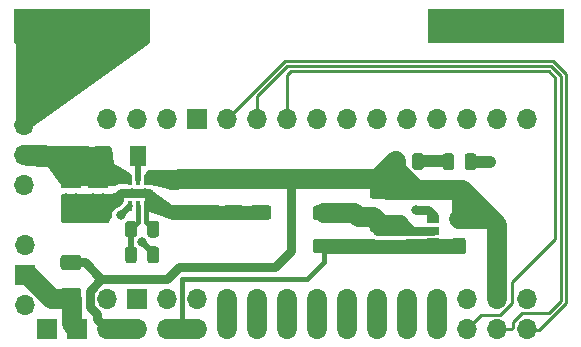
<source format=gbr>
G04 #@! TF.GenerationSoftware,KiCad,Pcbnew,5.1.5+dfsg1-2build2*
G04 #@! TF.CreationDate,2021-06-15T05:03:55+02:00*
G04 #@! TF.ProjectId,circuit9,63697263-7569-4743-992e-6b696361645f,rev?*
G04 #@! TF.SameCoordinates,Original*
G04 #@! TF.FileFunction,Copper,L1,Top*
G04 #@! TF.FilePolarity,Positive*
%FSLAX46Y46*%
G04 Gerber Fmt 4.6, Leading zero omitted, Abs format (unit mm)*
G04 Created by KiCad (PCBNEW 5.1.5+dfsg1-2build2) date 2021-06-15 05:03:55*
%MOMM*%
%LPD*%
G04 APERTURE LIST*
%ADD10O,1.700000X1.700000*%
%ADD11R,1.700000X1.700000*%
%ADD12C,0.100000*%
%ADD13R,6.000000X3.000000*%
%ADD14R,0.400000X0.900000*%
%ADD15R,1.060000X0.650000*%
%ADD16C,0.800000*%
%ADD17C,0.400000*%
%ADD18C,1.000000*%
%ADD19C,0.800000*%
%ADD20C,1.700000*%
%ADD21C,1.500000*%
%ADD22C,0.500000*%
%ADD23C,0.250000*%
%ADD24C,0.254000*%
G04 APERTURE END LIST*
D10*
X67056000Y-50457100D03*
X64516000Y-50457100D03*
X61976000Y-50457100D03*
X59436000Y-50457100D03*
X56896000Y-50457100D03*
X54356000Y-50457100D03*
X51816000Y-50457100D03*
X49276000Y-50457100D03*
X46736000Y-50457100D03*
X44196000Y-50457100D03*
X41656000Y-50457100D03*
X39116000Y-50457100D03*
X36576000Y-50457100D03*
D11*
X34036000Y-50457100D03*
D10*
X31496000Y-50457100D03*
X67056000Y-35217100D03*
X64516000Y-35217100D03*
X61976000Y-35217100D03*
X59436000Y-35217100D03*
X56896000Y-35217100D03*
X54356000Y-35217100D03*
X51816000Y-35217100D03*
X49276000Y-35217100D03*
X46736000Y-35217100D03*
X44196000Y-35217100D03*
X41656000Y-35217100D03*
D11*
X39116000Y-35217100D03*
D10*
X36576000Y-35217100D03*
X34036000Y-35217100D03*
X31496000Y-35217100D03*
G04 #@! TA.AperFunction,SMDPad,CuDef*
D12*
G36*
X60683842Y-38137774D02*
G01*
X60707503Y-38141284D01*
X60730707Y-38147096D01*
X60753229Y-38155154D01*
X60774853Y-38165382D01*
X60795370Y-38177679D01*
X60814583Y-38191929D01*
X60832307Y-38207993D01*
X60848371Y-38225717D01*
X60862621Y-38244930D01*
X60874918Y-38265447D01*
X60885146Y-38287071D01*
X60893204Y-38309593D01*
X60899016Y-38332797D01*
X60902526Y-38356458D01*
X60903700Y-38380350D01*
X60903700Y-39292850D01*
X60902526Y-39316742D01*
X60899016Y-39340403D01*
X60893204Y-39363607D01*
X60885146Y-39386129D01*
X60874918Y-39407753D01*
X60862621Y-39428270D01*
X60848371Y-39447483D01*
X60832307Y-39465207D01*
X60814583Y-39481271D01*
X60795370Y-39495521D01*
X60774853Y-39507818D01*
X60753229Y-39518046D01*
X60730707Y-39526104D01*
X60707503Y-39531916D01*
X60683842Y-39535426D01*
X60659950Y-39536600D01*
X60172450Y-39536600D01*
X60148558Y-39535426D01*
X60124897Y-39531916D01*
X60101693Y-39526104D01*
X60079171Y-39518046D01*
X60057547Y-39507818D01*
X60037030Y-39495521D01*
X60017817Y-39481271D01*
X60000093Y-39465207D01*
X59984029Y-39447483D01*
X59969779Y-39428270D01*
X59957482Y-39407753D01*
X59947254Y-39386129D01*
X59939196Y-39363607D01*
X59933384Y-39340403D01*
X59929874Y-39316742D01*
X59928700Y-39292850D01*
X59928700Y-38380350D01*
X59929874Y-38356458D01*
X59933384Y-38332797D01*
X59939196Y-38309593D01*
X59947254Y-38287071D01*
X59957482Y-38265447D01*
X59969779Y-38244930D01*
X59984029Y-38225717D01*
X60000093Y-38207993D01*
X60017817Y-38191929D01*
X60037030Y-38177679D01*
X60057547Y-38165382D01*
X60079171Y-38155154D01*
X60101693Y-38147096D01*
X60124897Y-38141284D01*
X60148558Y-38137774D01*
X60172450Y-38136600D01*
X60659950Y-38136600D01*
X60683842Y-38137774D01*
G37*
G04 #@! TD.AperFunction*
G04 #@! TA.AperFunction,SMDPad,CuDef*
G36*
X62558842Y-38137774D02*
G01*
X62582503Y-38141284D01*
X62605707Y-38147096D01*
X62628229Y-38155154D01*
X62649853Y-38165382D01*
X62670370Y-38177679D01*
X62689583Y-38191929D01*
X62707307Y-38207993D01*
X62723371Y-38225717D01*
X62737621Y-38244930D01*
X62749918Y-38265447D01*
X62760146Y-38287071D01*
X62768204Y-38309593D01*
X62774016Y-38332797D01*
X62777526Y-38356458D01*
X62778700Y-38380350D01*
X62778700Y-39292850D01*
X62777526Y-39316742D01*
X62774016Y-39340403D01*
X62768204Y-39363607D01*
X62760146Y-39386129D01*
X62749918Y-39407753D01*
X62737621Y-39428270D01*
X62723371Y-39447483D01*
X62707307Y-39465207D01*
X62689583Y-39481271D01*
X62670370Y-39495521D01*
X62649853Y-39507818D01*
X62628229Y-39518046D01*
X62605707Y-39526104D01*
X62582503Y-39531916D01*
X62558842Y-39535426D01*
X62534950Y-39536600D01*
X62047450Y-39536600D01*
X62023558Y-39535426D01*
X61999897Y-39531916D01*
X61976693Y-39526104D01*
X61954171Y-39518046D01*
X61932547Y-39507818D01*
X61912030Y-39495521D01*
X61892817Y-39481271D01*
X61875093Y-39465207D01*
X61859029Y-39447483D01*
X61844779Y-39428270D01*
X61832482Y-39407753D01*
X61822254Y-39386129D01*
X61814196Y-39363607D01*
X61808384Y-39340403D01*
X61804874Y-39316742D01*
X61803700Y-39292850D01*
X61803700Y-38380350D01*
X61804874Y-38356458D01*
X61808384Y-38332797D01*
X61814196Y-38309593D01*
X61822254Y-38287071D01*
X61832482Y-38265447D01*
X61844779Y-38244930D01*
X61859029Y-38225717D01*
X61875093Y-38207993D01*
X61892817Y-38191929D01*
X61912030Y-38177679D01*
X61932547Y-38165382D01*
X61954171Y-38155154D01*
X61976693Y-38147096D01*
X61999897Y-38141284D01*
X62023558Y-38137774D01*
X62047450Y-38136600D01*
X62534950Y-38136600D01*
X62558842Y-38137774D01*
G37*
G04 #@! TD.AperFunction*
D13*
X61624400Y-27355800D03*
X32224400Y-27355800D03*
X67224400Y-27355800D03*
X26624400Y-27355800D03*
G04 #@! TA.AperFunction,SMDPad,CuDef*
D12*
G36*
X33810642Y-46024474D02*
G01*
X33834303Y-46027984D01*
X33857507Y-46033796D01*
X33880029Y-46041854D01*
X33901653Y-46052082D01*
X33922170Y-46064379D01*
X33941383Y-46078629D01*
X33959107Y-46094693D01*
X33975171Y-46112417D01*
X33989421Y-46131630D01*
X34001718Y-46152147D01*
X34011946Y-46173771D01*
X34020004Y-46196293D01*
X34025816Y-46219497D01*
X34029326Y-46243158D01*
X34030500Y-46267050D01*
X34030500Y-47179550D01*
X34029326Y-47203442D01*
X34025816Y-47227103D01*
X34020004Y-47250307D01*
X34011946Y-47272829D01*
X34001718Y-47294453D01*
X33989421Y-47314970D01*
X33975171Y-47334183D01*
X33959107Y-47351907D01*
X33941383Y-47367971D01*
X33922170Y-47382221D01*
X33901653Y-47394518D01*
X33880029Y-47404746D01*
X33857507Y-47412804D01*
X33834303Y-47418616D01*
X33810642Y-47422126D01*
X33786750Y-47423300D01*
X33299250Y-47423300D01*
X33275358Y-47422126D01*
X33251697Y-47418616D01*
X33228493Y-47412804D01*
X33205971Y-47404746D01*
X33184347Y-47394518D01*
X33163830Y-47382221D01*
X33144617Y-47367971D01*
X33126893Y-47351907D01*
X33110829Y-47334183D01*
X33096579Y-47314970D01*
X33084282Y-47294453D01*
X33074054Y-47272829D01*
X33065996Y-47250307D01*
X33060184Y-47227103D01*
X33056674Y-47203442D01*
X33055500Y-47179550D01*
X33055500Y-46267050D01*
X33056674Y-46243158D01*
X33060184Y-46219497D01*
X33065996Y-46196293D01*
X33074054Y-46173771D01*
X33084282Y-46152147D01*
X33096579Y-46131630D01*
X33110829Y-46112417D01*
X33126893Y-46094693D01*
X33144617Y-46078629D01*
X33163830Y-46064379D01*
X33184347Y-46052082D01*
X33205971Y-46041854D01*
X33228493Y-46033796D01*
X33251697Y-46027984D01*
X33275358Y-46024474D01*
X33299250Y-46023300D01*
X33786750Y-46023300D01*
X33810642Y-46024474D01*
G37*
G04 #@! TD.AperFunction*
G04 #@! TA.AperFunction,SMDPad,CuDef*
G36*
X35685642Y-46024474D02*
G01*
X35709303Y-46027984D01*
X35732507Y-46033796D01*
X35755029Y-46041854D01*
X35776653Y-46052082D01*
X35797170Y-46064379D01*
X35816383Y-46078629D01*
X35834107Y-46094693D01*
X35850171Y-46112417D01*
X35864421Y-46131630D01*
X35876718Y-46152147D01*
X35886946Y-46173771D01*
X35895004Y-46196293D01*
X35900816Y-46219497D01*
X35904326Y-46243158D01*
X35905500Y-46267050D01*
X35905500Y-47179550D01*
X35904326Y-47203442D01*
X35900816Y-47227103D01*
X35895004Y-47250307D01*
X35886946Y-47272829D01*
X35876718Y-47294453D01*
X35864421Y-47314970D01*
X35850171Y-47334183D01*
X35834107Y-47351907D01*
X35816383Y-47367971D01*
X35797170Y-47382221D01*
X35776653Y-47394518D01*
X35755029Y-47404746D01*
X35732507Y-47412804D01*
X35709303Y-47418616D01*
X35685642Y-47422126D01*
X35661750Y-47423300D01*
X35174250Y-47423300D01*
X35150358Y-47422126D01*
X35126697Y-47418616D01*
X35103493Y-47412804D01*
X35080971Y-47404746D01*
X35059347Y-47394518D01*
X35038830Y-47382221D01*
X35019617Y-47367971D01*
X35001893Y-47351907D01*
X34985829Y-47334183D01*
X34971579Y-47314970D01*
X34959282Y-47294453D01*
X34949054Y-47272829D01*
X34940996Y-47250307D01*
X34935184Y-47227103D01*
X34931674Y-47203442D01*
X34930500Y-47179550D01*
X34930500Y-46267050D01*
X34931674Y-46243158D01*
X34935184Y-46219497D01*
X34940996Y-46196293D01*
X34949054Y-46173771D01*
X34959282Y-46152147D01*
X34971579Y-46131630D01*
X34985829Y-46112417D01*
X35001893Y-46094693D01*
X35019617Y-46078629D01*
X35038830Y-46064379D01*
X35059347Y-46052082D01*
X35080971Y-46041854D01*
X35103493Y-46033796D01*
X35126697Y-46027984D01*
X35150358Y-46024474D01*
X35174250Y-46023300D01*
X35661750Y-46023300D01*
X35685642Y-46024474D01*
G37*
G04 #@! TD.AperFunction*
G04 #@! TA.AperFunction,SMDPad,CuDef*
G36*
X33810642Y-43865474D02*
G01*
X33834303Y-43868984D01*
X33857507Y-43874796D01*
X33880029Y-43882854D01*
X33901653Y-43893082D01*
X33922170Y-43905379D01*
X33941383Y-43919629D01*
X33959107Y-43935693D01*
X33975171Y-43953417D01*
X33989421Y-43972630D01*
X34001718Y-43993147D01*
X34011946Y-44014771D01*
X34020004Y-44037293D01*
X34025816Y-44060497D01*
X34029326Y-44084158D01*
X34030500Y-44108050D01*
X34030500Y-45020550D01*
X34029326Y-45044442D01*
X34025816Y-45068103D01*
X34020004Y-45091307D01*
X34011946Y-45113829D01*
X34001718Y-45135453D01*
X33989421Y-45155970D01*
X33975171Y-45175183D01*
X33959107Y-45192907D01*
X33941383Y-45208971D01*
X33922170Y-45223221D01*
X33901653Y-45235518D01*
X33880029Y-45245746D01*
X33857507Y-45253804D01*
X33834303Y-45259616D01*
X33810642Y-45263126D01*
X33786750Y-45264300D01*
X33299250Y-45264300D01*
X33275358Y-45263126D01*
X33251697Y-45259616D01*
X33228493Y-45253804D01*
X33205971Y-45245746D01*
X33184347Y-45235518D01*
X33163830Y-45223221D01*
X33144617Y-45208971D01*
X33126893Y-45192907D01*
X33110829Y-45175183D01*
X33096579Y-45155970D01*
X33084282Y-45135453D01*
X33074054Y-45113829D01*
X33065996Y-45091307D01*
X33060184Y-45068103D01*
X33056674Y-45044442D01*
X33055500Y-45020550D01*
X33055500Y-44108050D01*
X33056674Y-44084158D01*
X33060184Y-44060497D01*
X33065996Y-44037293D01*
X33074054Y-44014771D01*
X33084282Y-43993147D01*
X33096579Y-43972630D01*
X33110829Y-43953417D01*
X33126893Y-43935693D01*
X33144617Y-43919629D01*
X33163830Y-43905379D01*
X33184347Y-43893082D01*
X33205971Y-43882854D01*
X33228493Y-43874796D01*
X33251697Y-43868984D01*
X33275358Y-43865474D01*
X33299250Y-43864300D01*
X33786750Y-43864300D01*
X33810642Y-43865474D01*
G37*
G04 #@! TD.AperFunction*
G04 #@! TA.AperFunction,SMDPad,CuDef*
G36*
X35685642Y-43865474D02*
G01*
X35709303Y-43868984D01*
X35732507Y-43874796D01*
X35755029Y-43882854D01*
X35776653Y-43893082D01*
X35797170Y-43905379D01*
X35816383Y-43919629D01*
X35834107Y-43935693D01*
X35850171Y-43953417D01*
X35864421Y-43972630D01*
X35876718Y-43993147D01*
X35886946Y-44014771D01*
X35895004Y-44037293D01*
X35900816Y-44060497D01*
X35904326Y-44084158D01*
X35905500Y-44108050D01*
X35905500Y-45020550D01*
X35904326Y-45044442D01*
X35900816Y-45068103D01*
X35895004Y-45091307D01*
X35886946Y-45113829D01*
X35876718Y-45135453D01*
X35864421Y-45155970D01*
X35850171Y-45175183D01*
X35834107Y-45192907D01*
X35816383Y-45208971D01*
X35797170Y-45223221D01*
X35776653Y-45235518D01*
X35755029Y-45245746D01*
X35732507Y-45253804D01*
X35709303Y-45259616D01*
X35685642Y-45263126D01*
X35661750Y-45264300D01*
X35174250Y-45264300D01*
X35150358Y-45263126D01*
X35126697Y-45259616D01*
X35103493Y-45253804D01*
X35080971Y-45245746D01*
X35059347Y-45235518D01*
X35038830Y-45223221D01*
X35019617Y-45208971D01*
X35001893Y-45192907D01*
X34985829Y-45175183D01*
X34971579Y-45155970D01*
X34959282Y-45135453D01*
X34949054Y-45113829D01*
X34940996Y-45091307D01*
X34935184Y-45068103D01*
X34931674Y-45044442D01*
X34930500Y-45020550D01*
X34930500Y-44108050D01*
X34931674Y-44084158D01*
X34935184Y-44060497D01*
X34940996Y-44037293D01*
X34949054Y-44014771D01*
X34959282Y-43993147D01*
X34971579Y-43972630D01*
X34985829Y-43953417D01*
X35001893Y-43935693D01*
X35019617Y-43919629D01*
X35038830Y-43905379D01*
X35059347Y-43893082D01*
X35080971Y-43882854D01*
X35103493Y-43874796D01*
X35126697Y-43868984D01*
X35150358Y-43865474D01*
X35174250Y-43864300D01*
X35661750Y-43864300D01*
X35685642Y-43865474D01*
G37*
G04 #@! TD.AperFunction*
G04 #@! TA.AperFunction,SMDPad,CuDef*
G36*
X58101142Y-38125074D02*
G01*
X58124803Y-38128584D01*
X58148007Y-38134396D01*
X58170529Y-38142454D01*
X58192153Y-38152682D01*
X58212670Y-38164979D01*
X58231883Y-38179229D01*
X58249607Y-38195293D01*
X58265671Y-38213017D01*
X58279921Y-38232230D01*
X58292218Y-38252747D01*
X58302446Y-38274371D01*
X58310504Y-38296893D01*
X58316316Y-38320097D01*
X58319826Y-38343758D01*
X58321000Y-38367650D01*
X58321000Y-39280150D01*
X58319826Y-39304042D01*
X58316316Y-39327703D01*
X58310504Y-39350907D01*
X58302446Y-39373429D01*
X58292218Y-39395053D01*
X58279921Y-39415570D01*
X58265671Y-39434783D01*
X58249607Y-39452507D01*
X58231883Y-39468571D01*
X58212670Y-39482821D01*
X58192153Y-39495118D01*
X58170529Y-39505346D01*
X58148007Y-39513404D01*
X58124803Y-39519216D01*
X58101142Y-39522726D01*
X58077250Y-39523900D01*
X57589750Y-39523900D01*
X57565858Y-39522726D01*
X57542197Y-39519216D01*
X57518993Y-39513404D01*
X57496471Y-39505346D01*
X57474847Y-39495118D01*
X57454330Y-39482821D01*
X57435117Y-39468571D01*
X57417393Y-39452507D01*
X57401329Y-39434783D01*
X57387079Y-39415570D01*
X57374782Y-39395053D01*
X57364554Y-39373429D01*
X57356496Y-39350907D01*
X57350684Y-39327703D01*
X57347174Y-39304042D01*
X57346000Y-39280150D01*
X57346000Y-38367650D01*
X57347174Y-38343758D01*
X57350684Y-38320097D01*
X57356496Y-38296893D01*
X57364554Y-38274371D01*
X57374782Y-38252747D01*
X57387079Y-38232230D01*
X57401329Y-38213017D01*
X57417393Y-38195293D01*
X57435117Y-38179229D01*
X57454330Y-38164979D01*
X57474847Y-38152682D01*
X57496471Y-38142454D01*
X57518993Y-38134396D01*
X57542197Y-38128584D01*
X57565858Y-38125074D01*
X57589750Y-38123900D01*
X58077250Y-38123900D01*
X58101142Y-38125074D01*
G37*
G04 #@! TD.AperFunction*
G04 #@! TA.AperFunction,SMDPad,CuDef*
G36*
X56226142Y-38125074D02*
G01*
X56249803Y-38128584D01*
X56273007Y-38134396D01*
X56295529Y-38142454D01*
X56317153Y-38152682D01*
X56337670Y-38164979D01*
X56356883Y-38179229D01*
X56374607Y-38195293D01*
X56390671Y-38213017D01*
X56404921Y-38232230D01*
X56417218Y-38252747D01*
X56427446Y-38274371D01*
X56435504Y-38296893D01*
X56441316Y-38320097D01*
X56444826Y-38343758D01*
X56446000Y-38367650D01*
X56446000Y-39280150D01*
X56444826Y-39304042D01*
X56441316Y-39327703D01*
X56435504Y-39350907D01*
X56427446Y-39373429D01*
X56417218Y-39395053D01*
X56404921Y-39415570D01*
X56390671Y-39434783D01*
X56374607Y-39452507D01*
X56356883Y-39468571D01*
X56337670Y-39482821D01*
X56317153Y-39495118D01*
X56295529Y-39505346D01*
X56273007Y-39513404D01*
X56249803Y-39519216D01*
X56226142Y-39522726D01*
X56202250Y-39523900D01*
X55714750Y-39523900D01*
X55690858Y-39522726D01*
X55667197Y-39519216D01*
X55643993Y-39513404D01*
X55621471Y-39505346D01*
X55599847Y-39495118D01*
X55579330Y-39482821D01*
X55560117Y-39468571D01*
X55542393Y-39452507D01*
X55526329Y-39434783D01*
X55512079Y-39415570D01*
X55499782Y-39395053D01*
X55489554Y-39373429D01*
X55481496Y-39350907D01*
X55475684Y-39327703D01*
X55472174Y-39304042D01*
X55471000Y-39280150D01*
X55471000Y-38367650D01*
X55472174Y-38343758D01*
X55475684Y-38320097D01*
X55481496Y-38296893D01*
X55489554Y-38274371D01*
X55499782Y-38252747D01*
X55512079Y-38232230D01*
X55526329Y-38213017D01*
X55542393Y-38195293D01*
X55560117Y-38179229D01*
X55579330Y-38164979D01*
X55599847Y-38152682D01*
X55621471Y-38142454D01*
X55643993Y-38134396D01*
X55667197Y-38128584D01*
X55690858Y-38125074D01*
X55714750Y-38123900D01*
X56202250Y-38123900D01*
X56226142Y-38125074D01*
G37*
G04 #@! TD.AperFunction*
D10*
X24521160Y-40815260D03*
X24521160Y-38275260D03*
X24521160Y-35735260D03*
D14*
X33474900Y-42603600D03*
X34774900Y-42603600D03*
X34124900Y-40403600D03*
X34124900Y-42603600D03*
X34774900Y-40403600D03*
X33474900Y-40403600D03*
D15*
X59098000Y-43728600D03*
X59098000Y-44678600D03*
X59098000Y-45628600D03*
X61298000Y-45628600D03*
X61298000Y-43728600D03*
G04 #@! TA.AperFunction,SMDPad,CuDef*
D12*
G36*
X29122904Y-39860804D02*
G01*
X29147173Y-39864404D01*
X29170971Y-39870365D01*
X29194071Y-39878630D01*
X29216249Y-39889120D01*
X29237293Y-39901733D01*
X29256998Y-39916347D01*
X29275177Y-39932823D01*
X29291653Y-39951002D01*
X29306267Y-39970707D01*
X29318880Y-39991751D01*
X29329370Y-40013929D01*
X29337635Y-40037029D01*
X29343596Y-40060827D01*
X29347196Y-40085096D01*
X29348400Y-40109600D01*
X29348400Y-40859600D01*
X29347196Y-40884104D01*
X29343596Y-40908373D01*
X29337635Y-40932171D01*
X29329370Y-40955271D01*
X29318880Y-40977449D01*
X29306267Y-40998493D01*
X29291653Y-41018198D01*
X29275177Y-41036377D01*
X29256998Y-41052853D01*
X29237293Y-41067467D01*
X29216249Y-41080080D01*
X29194071Y-41090570D01*
X29170971Y-41098835D01*
X29147173Y-41104796D01*
X29122904Y-41108396D01*
X29098400Y-41109600D01*
X27848400Y-41109600D01*
X27823896Y-41108396D01*
X27799627Y-41104796D01*
X27775829Y-41098835D01*
X27752729Y-41090570D01*
X27730551Y-41080080D01*
X27709507Y-41067467D01*
X27689802Y-41052853D01*
X27671623Y-41036377D01*
X27655147Y-41018198D01*
X27640533Y-40998493D01*
X27627920Y-40977449D01*
X27617430Y-40955271D01*
X27609165Y-40932171D01*
X27603204Y-40908373D01*
X27599604Y-40884104D01*
X27598400Y-40859600D01*
X27598400Y-40109600D01*
X27599604Y-40085096D01*
X27603204Y-40060827D01*
X27609165Y-40037029D01*
X27617430Y-40013929D01*
X27627920Y-39991751D01*
X27640533Y-39970707D01*
X27655147Y-39951002D01*
X27671623Y-39932823D01*
X27689802Y-39916347D01*
X27709507Y-39901733D01*
X27730551Y-39889120D01*
X27752729Y-39878630D01*
X27775829Y-39870365D01*
X27799627Y-39864404D01*
X27823896Y-39860804D01*
X27848400Y-39859600D01*
X29098400Y-39859600D01*
X29122904Y-39860804D01*
G37*
G04 #@! TD.AperFunction*
G04 #@! TA.AperFunction,SMDPad,CuDef*
G36*
X29122904Y-42660804D02*
G01*
X29147173Y-42664404D01*
X29170971Y-42670365D01*
X29194071Y-42678630D01*
X29216249Y-42689120D01*
X29237293Y-42701733D01*
X29256998Y-42716347D01*
X29275177Y-42732823D01*
X29291653Y-42751002D01*
X29306267Y-42770707D01*
X29318880Y-42791751D01*
X29329370Y-42813929D01*
X29337635Y-42837029D01*
X29343596Y-42860827D01*
X29347196Y-42885096D01*
X29348400Y-42909600D01*
X29348400Y-43659600D01*
X29347196Y-43684104D01*
X29343596Y-43708373D01*
X29337635Y-43732171D01*
X29329370Y-43755271D01*
X29318880Y-43777449D01*
X29306267Y-43798493D01*
X29291653Y-43818198D01*
X29275177Y-43836377D01*
X29256998Y-43852853D01*
X29237293Y-43867467D01*
X29216249Y-43880080D01*
X29194071Y-43890570D01*
X29170971Y-43898835D01*
X29147173Y-43904796D01*
X29122904Y-43908396D01*
X29098400Y-43909600D01*
X27848400Y-43909600D01*
X27823896Y-43908396D01*
X27799627Y-43904796D01*
X27775829Y-43898835D01*
X27752729Y-43890570D01*
X27730551Y-43880080D01*
X27709507Y-43867467D01*
X27689802Y-43852853D01*
X27671623Y-43836377D01*
X27655147Y-43818198D01*
X27640533Y-43798493D01*
X27627920Y-43777449D01*
X27617430Y-43755271D01*
X27609165Y-43732171D01*
X27603204Y-43708373D01*
X27599604Y-43684104D01*
X27598400Y-43659600D01*
X27598400Y-42909600D01*
X27599604Y-42885096D01*
X27603204Y-42860827D01*
X27609165Y-42837029D01*
X27617430Y-42813929D01*
X27627920Y-42791751D01*
X27640533Y-42770707D01*
X27655147Y-42751002D01*
X27671623Y-42732823D01*
X27689802Y-42716347D01*
X27709507Y-42701733D01*
X27730551Y-42689120D01*
X27752729Y-42678630D01*
X27775829Y-42670365D01*
X27799627Y-42664404D01*
X27823896Y-42660804D01*
X27848400Y-42659600D01*
X29098400Y-42659600D01*
X29122904Y-42660804D01*
G37*
G04 #@! TD.AperFunction*
G04 #@! TA.AperFunction,SMDPad,CuDef*
G36*
X31408904Y-42660804D02*
G01*
X31433173Y-42664404D01*
X31456971Y-42670365D01*
X31480071Y-42678630D01*
X31502249Y-42689120D01*
X31523293Y-42701733D01*
X31542998Y-42716347D01*
X31561177Y-42732823D01*
X31577653Y-42751002D01*
X31592267Y-42770707D01*
X31604880Y-42791751D01*
X31615370Y-42813929D01*
X31623635Y-42837029D01*
X31629596Y-42860827D01*
X31633196Y-42885096D01*
X31634400Y-42909600D01*
X31634400Y-43659600D01*
X31633196Y-43684104D01*
X31629596Y-43708373D01*
X31623635Y-43732171D01*
X31615370Y-43755271D01*
X31604880Y-43777449D01*
X31592267Y-43798493D01*
X31577653Y-43818198D01*
X31561177Y-43836377D01*
X31542998Y-43852853D01*
X31523293Y-43867467D01*
X31502249Y-43880080D01*
X31480071Y-43890570D01*
X31456971Y-43898835D01*
X31433173Y-43904796D01*
X31408904Y-43908396D01*
X31384400Y-43909600D01*
X30134400Y-43909600D01*
X30109896Y-43908396D01*
X30085627Y-43904796D01*
X30061829Y-43898835D01*
X30038729Y-43890570D01*
X30016551Y-43880080D01*
X29995507Y-43867467D01*
X29975802Y-43852853D01*
X29957623Y-43836377D01*
X29941147Y-43818198D01*
X29926533Y-43798493D01*
X29913920Y-43777449D01*
X29903430Y-43755271D01*
X29895165Y-43732171D01*
X29889204Y-43708373D01*
X29885604Y-43684104D01*
X29884400Y-43659600D01*
X29884400Y-42909600D01*
X29885604Y-42885096D01*
X29889204Y-42860827D01*
X29895165Y-42837029D01*
X29903430Y-42813929D01*
X29913920Y-42791751D01*
X29926533Y-42770707D01*
X29941147Y-42751002D01*
X29957623Y-42732823D01*
X29975802Y-42716347D01*
X29995507Y-42701733D01*
X30016551Y-42689120D01*
X30038729Y-42678630D01*
X30061829Y-42670365D01*
X30085627Y-42664404D01*
X30109896Y-42660804D01*
X30134400Y-42659600D01*
X31384400Y-42659600D01*
X31408904Y-42660804D01*
G37*
G04 #@! TD.AperFunction*
G04 #@! TA.AperFunction,SMDPad,CuDef*
G36*
X31408904Y-39860804D02*
G01*
X31433173Y-39864404D01*
X31456971Y-39870365D01*
X31480071Y-39878630D01*
X31502249Y-39889120D01*
X31523293Y-39901733D01*
X31542998Y-39916347D01*
X31561177Y-39932823D01*
X31577653Y-39951002D01*
X31592267Y-39970707D01*
X31604880Y-39991751D01*
X31615370Y-40013929D01*
X31623635Y-40037029D01*
X31629596Y-40060827D01*
X31633196Y-40085096D01*
X31634400Y-40109600D01*
X31634400Y-40859600D01*
X31633196Y-40884104D01*
X31629596Y-40908373D01*
X31623635Y-40932171D01*
X31615370Y-40955271D01*
X31604880Y-40977449D01*
X31592267Y-40998493D01*
X31577653Y-41018198D01*
X31561177Y-41036377D01*
X31542998Y-41052853D01*
X31523293Y-41067467D01*
X31502249Y-41080080D01*
X31480071Y-41090570D01*
X31456971Y-41098835D01*
X31433173Y-41104796D01*
X31408904Y-41108396D01*
X31384400Y-41109600D01*
X30134400Y-41109600D01*
X30109896Y-41108396D01*
X30085627Y-41104796D01*
X30061829Y-41098835D01*
X30038729Y-41090570D01*
X30016551Y-41080080D01*
X29995507Y-41067467D01*
X29975802Y-41052853D01*
X29957623Y-41036377D01*
X29941147Y-41018198D01*
X29926533Y-40998493D01*
X29913920Y-40977449D01*
X29903430Y-40955271D01*
X29895165Y-40932171D01*
X29889204Y-40908373D01*
X29885604Y-40884104D01*
X29884400Y-40859600D01*
X29884400Y-40109600D01*
X29885604Y-40085096D01*
X29889204Y-40060827D01*
X29895165Y-40037029D01*
X29903430Y-40013929D01*
X29913920Y-39991751D01*
X29926533Y-39970707D01*
X29941147Y-39951002D01*
X29957623Y-39932823D01*
X29975802Y-39916347D01*
X29995507Y-39901733D01*
X30016551Y-39889120D01*
X30038729Y-39878630D01*
X30061829Y-39870365D01*
X30085627Y-39864404D01*
X30109896Y-39860804D01*
X30134400Y-39859600D01*
X31384400Y-39859600D01*
X31408904Y-39860804D01*
G37*
G04 #@! TD.AperFunction*
G04 #@! TA.AperFunction,SMDPad,CuDef*
G36*
X38330404Y-39708404D02*
G01*
X38354673Y-39712004D01*
X38378471Y-39717965D01*
X38401571Y-39726230D01*
X38423749Y-39736720D01*
X38444793Y-39749333D01*
X38464498Y-39763947D01*
X38482677Y-39780423D01*
X38499153Y-39798602D01*
X38513767Y-39818307D01*
X38526380Y-39839351D01*
X38536870Y-39861529D01*
X38545135Y-39884629D01*
X38551096Y-39908427D01*
X38554696Y-39932696D01*
X38555900Y-39957200D01*
X38555900Y-40707200D01*
X38554696Y-40731704D01*
X38551096Y-40755973D01*
X38545135Y-40779771D01*
X38536870Y-40802871D01*
X38526380Y-40825049D01*
X38513767Y-40846093D01*
X38499153Y-40865798D01*
X38482677Y-40883977D01*
X38464498Y-40900453D01*
X38444793Y-40915067D01*
X38423749Y-40927680D01*
X38401571Y-40938170D01*
X38378471Y-40946435D01*
X38354673Y-40952396D01*
X38330404Y-40955996D01*
X38305900Y-40957200D01*
X37055900Y-40957200D01*
X37031396Y-40955996D01*
X37007127Y-40952396D01*
X36983329Y-40946435D01*
X36960229Y-40938170D01*
X36938051Y-40927680D01*
X36917007Y-40915067D01*
X36897302Y-40900453D01*
X36879123Y-40883977D01*
X36862647Y-40865798D01*
X36848033Y-40846093D01*
X36835420Y-40825049D01*
X36824930Y-40802871D01*
X36816665Y-40779771D01*
X36810704Y-40755973D01*
X36807104Y-40731704D01*
X36805900Y-40707200D01*
X36805900Y-39957200D01*
X36807104Y-39932696D01*
X36810704Y-39908427D01*
X36816665Y-39884629D01*
X36824930Y-39861529D01*
X36835420Y-39839351D01*
X36848033Y-39818307D01*
X36862647Y-39798602D01*
X36879123Y-39780423D01*
X36897302Y-39763947D01*
X36917007Y-39749333D01*
X36938051Y-39736720D01*
X36960229Y-39726230D01*
X36983329Y-39717965D01*
X37007127Y-39712004D01*
X37031396Y-39708404D01*
X37055900Y-39707200D01*
X38305900Y-39707200D01*
X38330404Y-39708404D01*
G37*
G04 #@! TD.AperFunction*
G04 #@! TA.AperFunction,SMDPad,CuDef*
G36*
X38330404Y-42508404D02*
G01*
X38354673Y-42512004D01*
X38378471Y-42517965D01*
X38401571Y-42526230D01*
X38423749Y-42536720D01*
X38444793Y-42549333D01*
X38464498Y-42563947D01*
X38482677Y-42580423D01*
X38499153Y-42598602D01*
X38513767Y-42618307D01*
X38526380Y-42639351D01*
X38536870Y-42661529D01*
X38545135Y-42684629D01*
X38551096Y-42708427D01*
X38554696Y-42732696D01*
X38555900Y-42757200D01*
X38555900Y-43507200D01*
X38554696Y-43531704D01*
X38551096Y-43555973D01*
X38545135Y-43579771D01*
X38536870Y-43602871D01*
X38526380Y-43625049D01*
X38513767Y-43646093D01*
X38499153Y-43665798D01*
X38482677Y-43683977D01*
X38464498Y-43700453D01*
X38444793Y-43715067D01*
X38423749Y-43727680D01*
X38401571Y-43738170D01*
X38378471Y-43746435D01*
X38354673Y-43752396D01*
X38330404Y-43755996D01*
X38305900Y-43757200D01*
X37055900Y-43757200D01*
X37031396Y-43755996D01*
X37007127Y-43752396D01*
X36983329Y-43746435D01*
X36960229Y-43738170D01*
X36938051Y-43727680D01*
X36917007Y-43715067D01*
X36897302Y-43700453D01*
X36879123Y-43683977D01*
X36862647Y-43665798D01*
X36848033Y-43646093D01*
X36835420Y-43625049D01*
X36824930Y-43602871D01*
X36816665Y-43579771D01*
X36810704Y-43555973D01*
X36807104Y-43531704D01*
X36805900Y-43507200D01*
X36805900Y-42757200D01*
X36807104Y-42732696D01*
X36810704Y-42708427D01*
X36816665Y-42684629D01*
X36824930Y-42661529D01*
X36835420Y-42639351D01*
X36848033Y-42618307D01*
X36862647Y-42598602D01*
X36879123Y-42580423D01*
X36897302Y-42563947D01*
X36917007Y-42549333D01*
X36938051Y-42536720D01*
X36960229Y-42526230D01*
X36983329Y-42517965D01*
X37007127Y-42512004D01*
X37031396Y-42508404D01*
X37055900Y-42507200D01*
X38305900Y-42507200D01*
X38330404Y-42508404D01*
G37*
G04 #@! TD.AperFunction*
G04 #@! TA.AperFunction,SMDPad,CuDef*
G36*
X40616404Y-42508404D02*
G01*
X40640673Y-42512004D01*
X40664471Y-42517965D01*
X40687571Y-42526230D01*
X40709749Y-42536720D01*
X40730793Y-42549333D01*
X40750498Y-42563947D01*
X40768677Y-42580423D01*
X40785153Y-42598602D01*
X40799767Y-42618307D01*
X40812380Y-42639351D01*
X40822870Y-42661529D01*
X40831135Y-42684629D01*
X40837096Y-42708427D01*
X40840696Y-42732696D01*
X40841900Y-42757200D01*
X40841900Y-43507200D01*
X40840696Y-43531704D01*
X40837096Y-43555973D01*
X40831135Y-43579771D01*
X40822870Y-43602871D01*
X40812380Y-43625049D01*
X40799767Y-43646093D01*
X40785153Y-43665798D01*
X40768677Y-43683977D01*
X40750498Y-43700453D01*
X40730793Y-43715067D01*
X40709749Y-43727680D01*
X40687571Y-43738170D01*
X40664471Y-43746435D01*
X40640673Y-43752396D01*
X40616404Y-43755996D01*
X40591900Y-43757200D01*
X39341900Y-43757200D01*
X39317396Y-43755996D01*
X39293127Y-43752396D01*
X39269329Y-43746435D01*
X39246229Y-43738170D01*
X39224051Y-43727680D01*
X39203007Y-43715067D01*
X39183302Y-43700453D01*
X39165123Y-43683977D01*
X39148647Y-43665798D01*
X39134033Y-43646093D01*
X39121420Y-43625049D01*
X39110930Y-43602871D01*
X39102665Y-43579771D01*
X39096704Y-43555973D01*
X39093104Y-43531704D01*
X39091900Y-43507200D01*
X39091900Y-42757200D01*
X39093104Y-42732696D01*
X39096704Y-42708427D01*
X39102665Y-42684629D01*
X39110930Y-42661529D01*
X39121420Y-42639351D01*
X39134033Y-42618307D01*
X39148647Y-42598602D01*
X39165123Y-42580423D01*
X39183302Y-42563947D01*
X39203007Y-42549333D01*
X39224051Y-42536720D01*
X39246229Y-42526230D01*
X39269329Y-42517965D01*
X39293127Y-42512004D01*
X39317396Y-42508404D01*
X39341900Y-42507200D01*
X40591900Y-42507200D01*
X40616404Y-42508404D01*
G37*
G04 #@! TD.AperFunction*
G04 #@! TA.AperFunction,SMDPad,CuDef*
G36*
X40616404Y-39708404D02*
G01*
X40640673Y-39712004D01*
X40664471Y-39717965D01*
X40687571Y-39726230D01*
X40709749Y-39736720D01*
X40730793Y-39749333D01*
X40750498Y-39763947D01*
X40768677Y-39780423D01*
X40785153Y-39798602D01*
X40799767Y-39818307D01*
X40812380Y-39839351D01*
X40822870Y-39861529D01*
X40831135Y-39884629D01*
X40837096Y-39908427D01*
X40840696Y-39932696D01*
X40841900Y-39957200D01*
X40841900Y-40707200D01*
X40840696Y-40731704D01*
X40837096Y-40755973D01*
X40831135Y-40779771D01*
X40822870Y-40802871D01*
X40812380Y-40825049D01*
X40799767Y-40846093D01*
X40785153Y-40865798D01*
X40768677Y-40883977D01*
X40750498Y-40900453D01*
X40730793Y-40915067D01*
X40709749Y-40927680D01*
X40687571Y-40938170D01*
X40664471Y-40946435D01*
X40640673Y-40952396D01*
X40616404Y-40955996D01*
X40591900Y-40957200D01*
X39341900Y-40957200D01*
X39317396Y-40955996D01*
X39293127Y-40952396D01*
X39269329Y-40946435D01*
X39246229Y-40938170D01*
X39224051Y-40927680D01*
X39203007Y-40915067D01*
X39183302Y-40900453D01*
X39165123Y-40883977D01*
X39148647Y-40865798D01*
X39134033Y-40846093D01*
X39121420Y-40825049D01*
X39110930Y-40802871D01*
X39102665Y-40779771D01*
X39096704Y-40755973D01*
X39093104Y-40731704D01*
X39091900Y-40707200D01*
X39091900Y-39957200D01*
X39093104Y-39932696D01*
X39096704Y-39908427D01*
X39102665Y-39884629D01*
X39110930Y-39861529D01*
X39121420Y-39839351D01*
X39134033Y-39818307D01*
X39148647Y-39798602D01*
X39165123Y-39780423D01*
X39183302Y-39763947D01*
X39203007Y-39749333D01*
X39224051Y-39736720D01*
X39246229Y-39726230D01*
X39269329Y-39717965D01*
X39293127Y-39712004D01*
X39317396Y-39708404D01*
X39341900Y-39707200D01*
X40591900Y-39707200D01*
X40616404Y-39708404D01*
G37*
G04 #@! TD.AperFunction*
G04 #@! TA.AperFunction,SMDPad,CuDef*
G36*
X29097504Y-49544204D02*
G01*
X29121773Y-49547804D01*
X29145571Y-49553765D01*
X29168671Y-49562030D01*
X29190849Y-49572520D01*
X29211893Y-49585133D01*
X29231598Y-49599747D01*
X29249777Y-49616223D01*
X29266253Y-49634402D01*
X29280867Y-49654107D01*
X29293480Y-49675151D01*
X29303970Y-49697329D01*
X29312235Y-49720429D01*
X29318196Y-49744227D01*
X29321796Y-49768496D01*
X29323000Y-49793000D01*
X29323000Y-50543000D01*
X29321796Y-50567504D01*
X29318196Y-50591773D01*
X29312235Y-50615571D01*
X29303970Y-50638671D01*
X29293480Y-50660849D01*
X29280867Y-50681893D01*
X29266253Y-50701598D01*
X29249777Y-50719777D01*
X29231598Y-50736253D01*
X29211893Y-50750867D01*
X29190849Y-50763480D01*
X29168671Y-50773970D01*
X29145571Y-50782235D01*
X29121773Y-50788196D01*
X29097504Y-50791796D01*
X29073000Y-50793000D01*
X27823000Y-50793000D01*
X27798496Y-50791796D01*
X27774227Y-50788196D01*
X27750429Y-50782235D01*
X27727329Y-50773970D01*
X27705151Y-50763480D01*
X27684107Y-50750867D01*
X27664402Y-50736253D01*
X27646223Y-50719777D01*
X27629747Y-50701598D01*
X27615133Y-50681893D01*
X27602520Y-50660849D01*
X27592030Y-50638671D01*
X27583765Y-50615571D01*
X27577804Y-50591773D01*
X27574204Y-50567504D01*
X27573000Y-50543000D01*
X27573000Y-49793000D01*
X27574204Y-49768496D01*
X27577804Y-49744227D01*
X27583765Y-49720429D01*
X27592030Y-49697329D01*
X27602520Y-49675151D01*
X27615133Y-49654107D01*
X27629747Y-49634402D01*
X27646223Y-49616223D01*
X27664402Y-49599747D01*
X27684107Y-49585133D01*
X27705151Y-49572520D01*
X27727329Y-49562030D01*
X27750429Y-49553765D01*
X27774227Y-49547804D01*
X27798496Y-49544204D01*
X27823000Y-49543000D01*
X29073000Y-49543000D01*
X29097504Y-49544204D01*
G37*
G04 #@! TD.AperFunction*
G04 #@! TA.AperFunction,SMDPad,CuDef*
G36*
X29097504Y-46744204D02*
G01*
X29121773Y-46747804D01*
X29145571Y-46753765D01*
X29168671Y-46762030D01*
X29190849Y-46772520D01*
X29211893Y-46785133D01*
X29231598Y-46799747D01*
X29249777Y-46816223D01*
X29266253Y-46834402D01*
X29280867Y-46854107D01*
X29293480Y-46875151D01*
X29303970Y-46897329D01*
X29312235Y-46920429D01*
X29318196Y-46944227D01*
X29321796Y-46968496D01*
X29323000Y-46993000D01*
X29323000Y-47743000D01*
X29321796Y-47767504D01*
X29318196Y-47791773D01*
X29312235Y-47815571D01*
X29303970Y-47838671D01*
X29293480Y-47860849D01*
X29280867Y-47881893D01*
X29266253Y-47901598D01*
X29249777Y-47919777D01*
X29231598Y-47936253D01*
X29211893Y-47950867D01*
X29190849Y-47963480D01*
X29168671Y-47973970D01*
X29145571Y-47982235D01*
X29121773Y-47988196D01*
X29097504Y-47991796D01*
X29073000Y-47993000D01*
X27823000Y-47993000D01*
X27798496Y-47991796D01*
X27774227Y-47988196D01*
X27750429Y-47982235D01*
X27727329Y-47973970D01*
X27705151Y-47963480D01*
X27684107Y-47950867D01*
X27664402Y-47936253D01*
X27646223Y-47919777D01*
X27629747Y-47901598D01*
X27615133Y-47881893D01*
X27602520Y-47860849D01*
X27592030Y-47838671D01*
X27583765Y-47815571D01*
X27577804Y-47791773D01*
X27574204Y-47767504D01*
X27573000Y-47743000D01*
X27573000Y-46993000D01*
X27574204Y-46968496D01*
X27577804Y-46944227D01*
X27583765Y-46920429D01*
X27592030Y-46897329D01*
X27602520Y-46875151D01*
X27615133Y-46854107D01*
X27629747Y-46834402D01*
X27646223Y-46816223D01*
X27664402Y-46799747D01*
X27684107Y-46785133D01*
X27705151Y-46772520D01*
X27727329Y-46762030D01*
X27750429Y-46753765D01*
X27774227Y-46747804D01*
X27798496Y-46744204D01*
X27823000Y-46743000D01*
X29073000Y-46743000D01*
X29097504Y-46744204D01*
G37*
G04 #@! TD.AperFunction*
G04 #@! TA.AperFunction,SMDPad,CuDef*
G36*
X55297604Y-43527404D02*
G01*
X55321873Y-43531004D01*
X55345671Y-43536965D01*
X55368771Y-43545230D01*
X55390949Y-43555720D01*
X55411993Y-43568333D01*
X55431698Y-43582947D01*
X55449877Y-43599423D01*
X55466353Y-43617602D01*
X55480967Y-43637307D01*
X55493580Y-43658351D01*
X55504070Y-43680529D01*
X55512335Y-43703629D01*
X55518296Y-43727427D01*
X55521896Y-43751696D01*
X55523100Y-43776200D01*
X55523100Y-44526200D01*
X55521896Y-44550704D01*
X55518296Y-44574973D01*
X55512335Y-44598771D01*
X55504070Y-44621871D01*
X55493580Y-44644049D01*
X55480967Y-44665093D01*
X55466353Y-44684798D01*
X55449877Y-44702977D01*
X55431698Y-44719453D01*
X55411993Y-44734067D01*
X55390949Y-44746680D01*
X55368771Y-44757170D01*
X55345671Y-44765435D01*
X55321873Y-44771396D01*
X55297604Y-44774996D01*
X55273100Y-44776200D01*
X54023100Y-44776200D01*
X53998596Y-44774996D01*
X53974327Y-44771396D01*
X53950529Y-44765435D01*
X53927429Y-44757170D01*
X53905251Y-44746680D01*
X53884207Y-44734067D01*
X53864502Y-44719453D01*
X53846323Y-44702977D01*
X53829847Y-44684798D01*
X53815233Y-44665093D01*
X53802620Y-44644049D01*
X53792130Y-44621871D01*
X53783865Y-44598771D01*
X53777904Y-44574973D01*
X53774304Y-44550704D01*
X53773100Y-44526200D01*
X53773100Y-43776200D01*
X53774304Y-43751696D01*
X53777904Y-43727427D01*
X53783865Y-43703629D01*
X53792130Y-43680529D01*
X53802620Y-43658351D01*
X53815233Y-43637307D01*
X53829847Y-43617602D01*
X53846323Y-43599423D01*
X53864502Y-43582947D01*
X53884207Y-43568333D01*
X53905251Y-43555720D01*
X53927429Y-43545230D01*
X53950529Y-43536965D01*
X53974327Y-43531004D01*
X53998596Y-43527404D01*
X54023100Y-43526200D01*
X55273100Y-43526200D01*
X55297604Y-43527404D01*
G37*
G04 #@! TD.AperFunction*
G04 #@! TA.AperFunction,SMDPad,CuDef*
G36*
X55297604Y-40727404D02*
G01*
X55321873Y-40731004D01*
X55345671Y-40736965D01*
X55368771Y-40745230D01*
X55390949Y-40755720D01*
X55411993Y-40768333D01*
X55431698Y-40782947D01*
X55449877Y-40799423D01*
X55466353Y-40817602D01*
X55480967Y-40837307D01*
X55493580Y-40858351D01*
X55504070Y-40880529D01*
X55512335Y-40903629D01*
X55518296Y-40927427D01*
X55521896Y-40951696D01*
X55523100Y-40976200D01*
X55523100Y-41726200D01*
X55521896Y-41750704D01*
X55518296Y-41774973D01*
X55512335Y-41798771D01*
X55504070Y-41821871D01*
X55493580Y-41844049D01*
X55480967Y-41865093D01*
X55466353Y-41884798D01*
X55449877Y-41902977D01*
X55431698Y-41919453D01*
X55411993Y-41934067D01*
X55390949Y-41946680D01*
X55368771Y-41957170D01*
X55345671Y-41965435D01*
X55321873Y-41971396D01*
X55297604Y-41974996D01*
X55273100Y-41976200D01*
X54023100Y-41976200D01*
X53998596Y-41974996D01*
X53974327Y-41971396D01*
X53950529Y-41965435D01*
X53927429Y-41957170D01*
X53905251Y-41946680D01*
X53884207Y-41934067D01*
X53864502Y-41919453D01*
X53846323Y-41902977D01*
X53829847Y-41884798D01*
X53815233Y-41865093D01*
X53802620Y-41844049D01*
X53792130Y-41821871D01*
X53783865Y-41798771D01*
X53777904Y-41774973D01*
X53774304Y-41750704D01*
X53773100Y-41726200D01*
X53773100Y-40976200D01*
X53774304Y-40951696D01*
X53777904Y-40927427D01*
X53783865Y-40903629D01*
X53792130Y-40880529D01*
X53802620Y-40858351D01*
X53815233Y-40837307D01*
X53829847Y-40817602D01*
X53846323Y-40799423D01*
X53864502Y-40782947D01*
X53884207Y-40768333D01*
X53905251Y-40755720D01*
X53927429Y-40745230D01*
X53950529Y-40736965D01*
X53974327Y-40731004D01*
X53998596Y-40727404D01*
X54023100Y-40726200D01*
X55273100Y-40726200D01*
X55297604Y-40727404D01*
G37*
G04 #@! TD.AperFunction*
G04 #@! TA.AperFunction,SMDPad,CuDef*
G36*
X50497004Y-42553204D02*
G01*
X50521273Y-42556804D01*
X50545071Y-42562765D01*
X50568171Y-42571030D01*
X50590349Y-42581520D01*
X50611393Y-42594133D01*
X50631098Y-42608747D01*
X50649277Y-42625223D01*
X50665753Y-42643402D01*
X50680367Y-42663107D01*
X50692980Y-42684151D01*
X50703470Y-42706329D01*
X50711735Y-42729429D01*
X50717696Y-42753227D01*
X50721296Y-42777496D01*
X50722500Y-42802000D01*
X50722500Y-43552000D01*
X50721296Y-43576504D01*
X50717696Y-43600773D01*
X50711735Y-43624571D01*
X50703470Y-43647671D01*
X50692980Y-43669849D01*
X50680367Y-43690893D01*
X50665753Y-43710598D01*
X50649277Y-43728777D01*
X50631098Y-43745253D01*
X50611393Y-43759867D01*
X50590349Y-43772480D01*
X50568171Y-43782970D01*
X50545071Y-43791235D01*
X50521273Y-43797196D01*
X50497004Y-43800796D01*
X50472500Y-43802000D01*
X49222500Y-43802000D01*
X49197996Y-43800796D01*
X49173727Y-43797196D01*
X49149929Y-43791235D01*
X49126829Y-43782970D01*
X49104651Y-43772480D01*
X49083607Y-43759867D01*
X49063902Y-43745253D01*
X49045723Y-43728777D01*
X49029247Y-43710598D01*
X49014633Y-43690893D01*
X49002020Y-43669849D01*
X48991530Y-43647671D01*
X48983265Y-43624571D01*
X48977304Y-43600773D01*
X48973704Y-43576504D01*
X48972500Y-43552000D01*
X48972500Y-42802000D01*
X48973704Y-42777496D01*
X48977304Y-42753227D01*
X48983265Y-42729429D01*
X48991530Y-42706329D01*
X49002020Y-42684151D01*
X49014633Y-42663107D01*
X49029247Y-42643402D01*
X49045723Y-42625223D01*
X49063902Y-42608747D01*
X49083607Y-42594133D01*
X49104651Y-42581520D01*
X49126829Y-42571030D01*
X49149929Y-42562765D01*
X49173727Y-42556804D01*
X49197996Y-42553204D01*
X49222500Y-42552000D01*
X50472500Y-42552000D01*
X50497004Y-42553204D01*
G37*
G04 #@! TD.AperFunction*
G04 #@! TA.AperFunction,SMDPad,CuDef*
G36*
X50497004Y-45353204D02*
G01*
X50521273Y-45356804D01*
X50545071Y-45362765D01*
X50568171Y-45371030D01*
X50590349Y-45381520D01*
X50611393Y-45394133D01*
X50631098Y-45408747D01*
X50649277Y-45425223D01*
X50665753Y-45443402D01*
X50680367Y-45463107D01*
X50692980Y-45484151D01*
X50703470Y-45506329D01*
X50711735Y-45529429D01*
X50717696Y-45553227D01*
X50721296Y-45577496D01*
X50722500Y-45602000D01*
X50722500Y-46352000D01*
X50721296Y-46376504D01*
X50717696Y-46400773D01*
X50711735Y-46424571D01*
X50703470Y-46447671D01*
X50692980Y-46469849D01*
X50680367Y-46490893D01*
X50665753Y-46510598D01*
X50649277Y-46528777D01*
X50631098Y-46545253D01*
X50611393Y-46559867D01*
X50590349Y-46572480D01*
X50568171Y-46582970D01*
X50545071Y-46591235D01*
X50521273Y-46597196D01*
X50497004Y-46600796D01*
X50472500Y-46602000D01*
X49222500Y-46602000D01*
X49197996Y-46600796D01*
X49173727Y-46597196D01*
X49149929Y-46591235D01*
X49126829Y-46582970D01*
X49104651Y-46572480D01*
X49083607Y-46559867D01*
X49063902Y-46545253D01*
X49045723Y-46528777D01*
X49029247Y-46510598D01*
X49014633Y-46490893D01*
X49002020Y-46469849D01*
X48991530Y-46447671D01*
X48983265Y-46424571D01*
X48977304Y-46400773D01*
X48973704Y-46376504D01*
X48972500Y-46352000D01*
X48972500Y-45602000D01*
X48973704Y-45577496D01*
X48977304Y-45553227D01*
X48983265Y-45529429D01*
X48991530Y-45506329D01*
X49002020Y-45484151D01*
X49014633Y-45463107D01*
X49029247Y-45443402D01*
X49045723Y-45425223D01*
X49063902Y-45408747D01*
X49083607Y-45394133D01*
X49104651Y-45381520D01*
X49126829Y-45371030D01*
X49149929Y-45362765D01*
X49173727Y-45356804D01*
X49197996Y-45353204D01*
X49222500Y-45352000D01*
X50472500Y-45352000D01*
X50497004Y-45353204D01*
G37*
G04 #@! TD.AperFunction*
G04 #@! TA.AperFunction,SMDPad,CuDef*
G36*
X52757604Y-45353204D02*
G01*
X52781873Y-45356804D01*
X52805671Y-45362765D01*
X52828771Y-45371030D01*
X52850949Y-45381520D01*
X52871993Y-45394133D01*
X52891698Y-45408747D01*
X52909877Y-45425223D01*
X52926353Y-45443402D01*
X52940967Y-45463107D01*
X52953580Y-45484151D01*
X52964070Y-45506329D01*
X52972335Y-45529429D01*
X52978296Y-45553227D01*
X52981896Y-45577496D01*
X52983100Y-45602000D01*
X52983100Y-46352000D01*
X52981896Y-46376504D01*
X52978296Y-46400773D01*
X52972335Y-46424571D01*
X52964070Y-46447671D01*
X52953580Y-46469849D01*
X52940967Y-46490893D01*
X52926353Y-46510598D01*
X52909877Y-46528777D01*
X52891698Y-46545253D01*
X52871993Y-46559867D01*
X52850949Y-46572480D01*
X52828771Y-46582970D01*
X52805671Y-46591235D01*
X52781873Y-46597196D01*
X52757604Y-46600796D01*
X52733100Y-46602000D01*
X51483100Y-46602000D01*
X51458596Y-46600796D01*
X51434327Y-46597196D01*
X51410529Y-46591235D01*
X51387429Y-46582970D01*
X51365251Y-46572480D01*
X51344207Y-46559867D01*
X51324502Y-46545253D01*
X51306323Y-46528777D01*
X51289847Y-46510598D01*
X51275233Y-46490893D01*
X51262620Y-46469849D01*
X51252130Y-46447671D01*
X51243865Y-46424571D01*
X51237904Y-46400773D01*
X51234304Y-46376504D01*
X51233100Y-46352000D01*
X51233100Y-45602000D01*
X51234304Y-45577496D01*
X51237904Y-45553227D01*
X51243865Y-45529429D01*
X51252130Y-45506329D01*
X51262620Y-45484151D01*
X51275233Y-45463107D01*
X51289847Y-45443402D01*
X51306323Y-45425223D01*
X51324502Y-45408747D01*
X51344207Y-45394133D01*
X51365251Y-45381520D01*
X51387429Y-45371030D01*
X51410529Y-45362765D01*
X51434327Y-45356804D01*
X51458596Y-45353204D01*
X51483100Y-45352000D01*
X52733100Y-45352000D01*
X52757604Y-45353204D01*
G37*
G04 #@! TD.AperFunction*
G04 #@! TA.AperFunction,SMDPad,CuDef*
G36*
X52757604Y-42553204D02*
G01*
X52781873Y-42556804D01*
X52805671Y-42562765D01*
X52828771Y-42571030D01*
X52850949Y-42581520D01*
X52871993Y-42594133D01*
X52891698Y-42608747D01*
X52909877Y-42625223D01*
X52926353Y-42643402D01*
X52940967Y-42663107D01*
X52953580Y-42684151D01*
X52964070Y-42706329D01*
X52972335Y-42729429D01*
X52978296Y-42753227D01*
X52981896Y-42777496D01*
X52983100Y-42802000D01*
X52983100Y-43552000D01*
X52981896Y-43576504D01*
X52978296Y-43600773D01*
X52972335Y-43624571D01*
X52964070Y-43647671D01*
X52953580Y-43669849D01*
X52940967Y-43690893D01*
X52926353Y-43710598D01*
X52909877Y-43728777D01*
X52891698Y-43745253D01*
X52871993Y-43759867D01*
X52850949Y-43772480D01*
X52828771Y-43782970D01*
X52805671Y-43791235D01*
X52781873Y-43797196D01*
X52757604Y-43800796D01*
X52733100Y-43802000D01*
X51483100Y-43802000D01*
X51458596Y-43800796D01*
X51434327Y-43797196D01*
X51410529Y-43791235D01*
X51387429Y-43782970D01*
X51365251Y-43772480D01*
X51344207Y-43759867D01*
X51324502Y-43745253D01*
X51306323Y-43728777D01*
X51289847Y-43710598D01*
X51275233Y-43690893D01*
X51262620Y-43669849D01*
X51252130Y-43647671D01*
X51243865Y-43624571D01*
X51237904Y-43600773D01*
X51234304Y-43576504D01*
X51233100Y-43552000D01*
X51233100Y-42802000D01*
X51234304Y-42777496D01*
X51237904Y-42753227D01*
X51243865Y-42729429D01*
X51252130Y-42706329D01*
X51262620Y-42684151D01*
X51275233Y-42663107D01*
X51289847Y-42643402D01*
X51306323Y-42625223D01*
X51324502Y-42608747D01*
X51344207Y-42594133D01*
X51365251Y-42581520D01*
X51387429Y-42571030D01*
X51410529Y-42562765D01*
X51434327Y-42556804D01*
X51458596Y-42553204D01*
X51483100Y-42552000D01*
X52733100Y-42552000D01*
X52757604Y-42553204D01*
G37*
G04 #@! TD.AperFunction*
G04 #@! TA.AperFunction,SMDPad,CuDef*
G36*
X42889704Y-39713484D02*
G01*
X42913973Y-39717084D01*
X42937771Y-39723045D01*
X42960871Y-39731310D01*
X42983049Y-39741800D01*
X43004093Y-39754413D01*
X43023798Y-39769027D01*
X43041977Y-39785503D01*
X43058453Y-39803682D01*
X43073067Y-39823387D01*
X43085680Y-39844431D01*
X43096170Y-39866609D01*
X43104435Y-39889709D01*
X43110396Y-39913507D01*
X43113996Y-39937776D01*
X43115200Y-39962280D01*
X43115200Y-40712280D01*
X43113996Y-40736784D01*
X43110396Y-40761053D01*
X43104435Y-40784851D01*
X43096170Y-40807951D01*
X43085680Y-40830129D01*
X43073067Y-40851173D01*
X43058453Y-40870878D01*
X43041977Y-40889057D01*
X43023798Y-40905533D01*
X43004093Y-40920147D01*
X42983049Y-40932760D01*
X42960871Y-40943250D01*
X42937771Y-40951515D01*
X42913973Y-40957476D01*
X42889704Y-40961076D01*
X42865200Y-40962280D01*
X41615200Y-40962280D01*
X41590696Y-40961076D01*
X41566427Y-40957476D01*
X41542629Y-40951515D01*
X41519529Y-40943250D01*
X41497351Y-40932760D01*
X41476307Y-40920147D01*
X41456602Y-40905533D01*
X41438423Y-40889057D01*
X41421947Y-40870878D01*
X41407333Y-40851173D01*
X41394720Y-40830129D01*
X41384230Y-40807951D01*
X41375965Y-40784851D01*
X41370004Y-40761053D01*
X41366404Y-40736784D01*
X41365200Y-40712280D01*
X41365200Y-39962280D01*
X41366404Y-39937776D01*
X41370004Y-39913507D01*
X41375965Y-39889709D01*
X41384230Y-39866609D01*
X41394720Y-39844431D01*
X41407333Y-39823387D01*
X41421947Y-39803682D01*
X41438423Y-39785503D01*
X41456602Y-39769027D01*
X41476307Y-39754413D01*
X41497351Y-39741800D01*
X41519529Y-39731310D01*
X41542629Y-39723045D01*
X41566427Y-39717084D01*
X41590696Y-39713484D01*
X41615200Y-39712280D01*
X42865200Y-39712280D01*
X42889704Y-39713484D01*
G37*
G04 #@! TD.AperFunction*
G04 #@! TA.AperFunction,SMDPad,CuDef*
G36*
X42889704Y-42513484D02*
G01*
X42913973Y-42517084D01*
X42937771Y-42523045D01*
X42960871Y-42531310D01*
X42983049Y-42541800D01*
X43004093Y-42554413D01*
X43023798Y-42569027D01*
X43041977Y-42585503D01*
X43058453Y-42603682D01*
X43073067Y-42623387D01*
X43085680Y-42644431D01*
X43096170Y-42666609D01*
X43104435Y-42689709D01*
X43110396Y-42713507D01*
X43113996Y-42737776D01*
X43115200Y-42762280D01*
X43115200Y-43512280D01*
X43113996Y-43536784D01*
X43110396Y-43561053D01*
X43104435Y-43584851D01*
X43096170Y-43607951D01*
X43085680Y-43630129D01*
X43073067Y-43651173D01*
X43058453Y-43670878D01*
X43041977Y-43689057D01*
X43023798Y-43705533D01*
X43004093Y-43720147D01*
X42983049Y-43732760D01*
X42960871Y-43743250D01*
X42937771Y-43751515D01*
X42913973Y-43757476D01*
X42889704Y-43761076D01*
X42865200Y-43762280D01*
X41615200Y-43762280D01*
X41590696Y-43761076D01*
X41566427Y-43757476D01*
X41542629Y-43751515D01*
X41519529Y-43743250D01*
X41497351Y-43732760D01*
X41476307Y-43720147D01*
X41456602Y-43705533D01*
X41438423Y-43689057D01*
X41421947Y-43670878D01*
X41407333Y-43651173D01*
X41394720Y-43630129D01*
X41384230Y-43607951D01*
X41375965Y-43584851D01*
X41370004Y-43561053D01*
X41366404Y-43536784D01*
X41365200Y-43512280D01*
X41365200Y-42762280D01*
X41366404Y-42737776D01*
X41370004Y-42713507D01*
X41375965Y-42689709D01*
X41384230Y-42666609D01*
X41394720Y-42644431D01*
X41407333Y-42623387D01*
X41421947Y-42603682D01*
X41438423Y-42585503D01*
X41456602Y-42569027D01*
X41476307Y-42554413D01*
X41497351Y-42541800D01*
X41519529Y-42531310D01*
X41542629Y-42523045D01*
X41566427Y-42517084D01*
X41590696Y-42513484D01*
X41615200Y-42512280D01*
X42865200Y-42512280D01*
X42889704Y-42513484D01*
G37*
G04 #@! TD.AperFunction*
G04 #@! TA.AperFunction,SMDPad,CuDef*
G36*
X45175704Y-39713484D02*
G01*
X45199973Y-39717084D01*
X45223771Y-39723045D01*
X45246871Y-39731310D01*
X45269049Y-39741800D01*
X45290093Y-39754413D01*
X45309798Y-39769027D01*
X45327977Y-39785503D01*
X45344453Y-39803682D01*
X45359067Y-39823387D01*
X45371680Y-39844431D01*
X45382170Y-39866609D01*
X45390435Y-39889709D01*
X45396396Y-39913507D01*
X45399996Y-39937776D01*
X45401200Y-39962280D01*
X45401200Y-40712280D01*
X45399996Y-40736784D01*
X45396396Y-40761053D01*
X45390435Y-40784851D01*
X45382170Y-40807951D01*
X45371680Y-40830129D01*
X45359067Y-40851173D01*
X45344453Y-40870878D01*
X45327977Y-40889057D01*
X45309798Y-40905533D01*
X45290093Y-40920147D01*
X45269049Y-40932760D01*
X45246871Y-40943250D01*
X45223771Y-40951515D01*
X45199973Y-40957476D01*
X45175704Y-40961076D01*
X45151200Y-40962280D01*
X43901200Y-40962280D01*
X43876696Y-40961076D01*
X43852427Y-40957476D01*
X43828629Y-40951515D01*
X43805529Y-40943250D01*
X43783351Y-40932760D01*
X43762307Y-40920147D01*
X43742602Y-40905533D01*
X43724423Y-40889057D01*
X43707947Y-40870878D01*
X43693333Y-40851173D01*
X43680720Y-40830129D01*
X43670230Y-40807951D01*
X43661965Y-40784851D01*
X43656004Y-40761053D01*
X43652404Y-40736784D01*
X43651200Y-40712280D01*
X43651200Y-39962280D01*
X43652404Y-39937776D01*
X43656004Y-39913507D01*
X43661965Y-39889709D01*
X43670230Y-39866609D01*
X43680720Y-39844431D01*
X43693333Y-39823387D01*
X43707947Y-39803682D01*
X43724423Y-39785503D01*
X43742602Y-39769027D01*
X43762307Y-39754413D01*
X43783351Y-39741800D01*
X43805529Y-39731310D01*
X43828629Y-39723045D01*
X43852427Y-39717084D01*
X43876696Y-39713484D01*
X43901200Y-39712280D01*
X45151200Y-39712280D01*
X45175704Y-39713484D01*
G37*
G04 #@! TD.AperFunction*
G04 #@! TA.AperFunction,SMDPad,CuDef*
G36*
X45175704Y-42513484D02*
G01*
X45199973Y-42517084D01*
X45223771Y-42523045D01*
X45246871Y-42531310D01*
X45269049Y-42541800D01*
X45290093Y-42554413D01*
X45309798Y-42569027D01*
X45327977Y-42585503D01*
X45344453Y-42603682D01*
X45359067Y-42623387D01*
X45371680Y-42644431D01*
X45382170Y-42666609D01*
X45390435Y-42689709D01*
X45396396Y-42713507D01*
X45399996Y-42737776D01*
X45401200Y-42762280D01*
X45401200Y-43512280D01*
X45399996Y-43536784D01*
X45396396Y-43561053D01*
X45390435Y-43584851D01*
X45382170Y-43607951D01*
X45371680Y-43630129D01*
X45359067Y-43651173D01*
X45344453Y-43670878D01*
X45327977Y-43689057D01*
X45309798Y-43705533D01*
X45290093Y-43720147D01*
X45269049Y-43732760D01*
X45246871Y-43743250D01*
X45223771Y-43751515D01*
X45199973Y-43757476D01*
X45175704Y-43761076D01*
X45151200Y-43762280D01*
X43901200Y-43762280D01*
X43876696Y-43761076D01*
X43852427Y-43757476D01*
X43828629Y-43751515D01*
X43805529Y-43743250D01*
X43783351Y-43732760D01*
X43762307Y-43720147D01*
X43742602Y-43705533D01*
X43724423Y-43689057D01*
X43707947Y-43670878D01*
X43693333Y-43651173D01*
X43680720Y-43630129D01*
X43670230Y-43607951D01*
X43661965Y-43584851D01*
X43656004Y-43561053D01*
X43652404Y-43536784D01*
X43651200Y-43512280D01*
X43651200Y-42762280D01*
X43652404Y-42737776D01*
X43656004Y-42713507D01*
X43661965Y-42689709D01*
X43670230Y-42666609D01*
X43680720Y-42644431D01*
X43693333Y-42623387D01*
X43707947Y-42603682D01*
X43724423Y-42585503D01*
X43742602Y-42569027D01*
X43762307Y-42554413D01*
X43783351Y-42541800D01*
X43805529Y-42531310D01*
X43828629Y-42523045D01*
X43852427Y-42517084D01*
X43876696Y-42513484D01*
X43901200Y-42512280D01*
X45151200Y-42512280D01*
X45175704Y-42513484D01*
G37*
G04 #@! TD.AperFunction*
G04 #@! TA.AperFunction,SMDPad,CuDef*
G36*
X31651204Y-37485284D02*
G01*
X31675473Y-37488884D01*
X31699271Y-37494845D01*
X31722371Y-37503110D01*
X31744549Y-37513600D01*
X31765593Y-37526213D01*
X31785298Y-37540827D01*
X31803477Y-37557303D01*
X31819953Y-37575482D01*
X31834567Y-37595187D01*
X31847180Y-37616231D01*
X31857670Y-37638409D01*
X31865935Y-37661509D01*
X31871896Y-37685307D01*
X31875496Y-37709576D01*
X31876700Y-37734080D01*
X31876700Y-38984080D01*
X31875496Y-39008584D01*
X31871896Y-39032853D01*
X31865935Y-39056651D01*
X31857670Y-39079751D01*
X31847180Y-39101929D01*
X31834567Y-39122973D01*
X31819953Y-39142678D01*
X31803477Y-39160857D01*
X31785298Y-39177333D01*
X31765593Y-39191947D01*
X31744549Y-39204560D01*
X31722371Y-39215050D01*
X31699271Y-39223315D01*
X31675473Y-39229276D01*
X31651204Y-39232876D01*
X31626700Y-39234080D01*
X30701700Y-39234080D01*
X30677196Y-39232876D01*
X30652927Y-39229276D01*
X30629129Y-39223315D01*
X30606029Y-39215050D01*
X30583851Y-39204560D01*
X30562807Y-39191947D01*
X30543102Y-39177333D01*
X30524923Y-39160857D01*
X30508447Y-39142678D01*
X30493833Y-39122973D01*
X30481220Y-39101929D01*
X30470730Y-39079751D01*
X30462465Y-39056651D01*
X30456504Y-39032853D01*
X30452904Y-39008584D01*
X30451700Y-38984080D01*
X30451700Y-37734080D01*
X30452904Y-37709576D01*
X30456504Y-37685307D01*
X30462465Y-37661509D01*
X30470730Y-37638409D01*
X30481220Y-37616231D01*
X30493833Y-37595187D01*
X30508447Y-37575482D01*
X30524923Y-37557303D01*
X30543102Y-37540827D01*
X30562807Y-37526213D01*
X30583851Y-37513600D01*
X30606029Y-37503110D01*
X30629129Y-37494845D01*
X30652927Y-37488884D01*
X30677196Y-37485284D01*
X30701700Y-37484080D01*
X31626700Y-37484080D01*
X31651204Y-37485284D01*
G37*
G04 #@! TD.AperFunction*
G04 #@! TA.AperFunction,SMDPad,CuDef*
G36*
X34626204Y-37485284D02*
G01*
X34650473Y-37488884D01*
X34674271Y-37494845D01*
X34697371Y-37503110D01*
X34719549Y-37513600D01*
X34740593Y-37526213D01*
X34760298Y-37540827D01*
X34778477Y-37557303D01*
X34794953Y-37575482D01*
X34809567Y-37595187D01*
X34822180Y-37616231D01*
X34832670Y-37638409D01*
X34840935Y-37661509D01*
X34846896Y-37685307D01*
X34850496Y-37709576D01*
X34851700Y-37734080D01*
X34851700Y-38984080D01*
X34850496Y-39008584D01*
X34846896Y-39032853D01*
X34840935Y-39056651D01*
X34832670Y-39079751D01*
X34822180Y-39101929D01*
X34809567Y-39122973D01*
X34794953Y-39142678D01*
X34778477Y-39160857D01*
X34760298Y-39177333D01*
X34740593Y-39191947D01*
X34719549Y-39204560D01*
X34697371Y-39215050D01*
X34674271Y-39223315D01*
X34650473Y-39229276D01*
X34626204Y-39232876D01*
X34601700Y-39234080D01*
X33676700Y-39234080D01*
X33652196Y-39232876D01*
X33627927Y-39229276D01*
X33604129Y-39223315D01*
X33581029Y-39215050D01*
X33558851Y-39204560D01*
X33537807Y-39191947D01*
X33518102Y-39177333D01*
X33499923Y-39160857D01*
X33483447Y-39142678D01*
X33468833Y-39122973D01*
X33456220Y-39101929D01*
X33445730Y-39079751D01*
X33437465Y-39056651D01*
X33431504Y-39032853D01*
X33427904Y-39008584D01*
X33426700Y-38984080D01*
X33426700Y-37734080D01*
X33427904Y-37709576D01*
X33431504Y-37685307D01*
X33437465Y-37661509D01*
X33445730Y-37638409D01*
X33456220Y-37616231D01*
X33468833Y-37595187D01*
X33483447Y-37575482D01*
X33499923Y-37557303D01*
X33518102Y-37540827D01*
X33537807Y-37526213D01*
X33558851Y-37513600D01*
X33581029Y-37503110D01*
X33604129Y-37494845D01*
X33627927Y-37488884D01*
X33652196Y-37485284D01*
X33676700Y-37484080D01*
X34601700Y-37484080D01*
X34626204Y-37485284D01*
G37*
G04 #@! TD.AperFunction*
D10*
X24528780Y-45892720D03*
D11*
X24528780Y-48432720D03*
D10*
X24528780Y-50972720D03*
X67063620Y-52984400D03*
X64523620Y-52984400D03*
X61983620Y-52984400D03*
X59443620Y-52984400D03*
X56903620Y-52984400D03*
X54363620Y-52984400D03*
X51823620Y-52984400D03*
X49283620Y-52984400D03*
X46743620Y-52984400D03*
X44203620Y-52984400D03*
X41663620Y-52984400D03*
X39123620Y-52984400D03*
X36583620Y-52984400D03*
X34043620Y-52984400D03*
X31503620Y-52984400D03*
D11*
X28963620Y-52984400D03*
X26423620Y-52984400D03*
D16*
X30332680Y-41910000D03*
X31186120Y-41904920D03*
X63931800Y-38836600D03*
X28917900Y-41899840D03*
X28079700Y-41899840D03*
X34767520Y-41473120D03*
X33639760Y-41462960D03*
X36009580Y-42621200D03*
X57302400Y-44678600D03*
X56286400Y-44678600D03*
X35778440Y-40147240D03*
X34490660Y-45674280D03*
X59093100Y-38823900D03*
X57658000Y-42926000D03*
X32697600Y-40005000D03*
X32697600Y-43400800D03*
D17*
X34774900Y-43921200D02*
X35418000Y-44564300D01*
X34774900Y-42603600D02*
X34774900Y-43921200D01*
D18*
X62291200Y-38836600D02*
X63931800Y-38836600D01*
X63931800Y-38836600D02*
X63931800Y-38836600D01*
D19*
X30759400Y-43132200D02*
X31035800Y-43132200D01*
X31035800Y-43132200D02*
X32714399Y-41453601D01*
X32714399Y-41453601D02*
X33981859Y-41453601D01*
D18*
X49850040Y-43179540D02*
X49847500Y-43177000D01*
X49855120Y-43184620D02*
X49847500Y-43177000D01*
X60624400Y-27355800D02*
X60807600Y-27355800D01*
D19*
X35077400Y-41453601D02*
X35077400Y-42341800D01*
X34094899Y-41453601D02*
X34911499Y-41453601D01*
X34911499Y-41453601D02*
X35077400Y-41453601D01*
X33981859Y-41453601D02*
X34094899Y-41453601D01*
D20*
X28587700Y-52608480D02*
X28963620Y-52984400D01*
X28587700Y-50469800D02*
X28587700Y-52608480D01*
X24800782Y-48432720D02*
X24528780Y-48432720D01*
X26837862Y-50469800D02*
X24800782Y-48432720D01*
X28587700Y-50469800D02*
X26837862Y-50469800D01*
D19*
X58318400Y-44678600D02*
X59098000Y-44678600D01*
X54384400Y-44678600D02*
X56286400Y-44678600D01*
X57302400Y-44678600D02*
X58318400Y-44678600D01*
X56286400Y-44678600D02*
X57302400Y-44678600D01*
D21*
X54648100Y-44151200D02*
X56343200Y-44151200D01*
D19*
X56775000Y-44151200D02*
X56343200Y-44151200D01*
X57302400Y-44678600D02*
X56775000Y-44151200D01*
D20*
X54057900Y-43561000D02*
X54648100Y-44151200D01*
X52832000Y-43561000D02*
X54057900Y-43561000D01*
X52448000Y-43177000D02*
X52832000Y-43561000D01*
X52108100Y-43177000D02*
X52448000Y-43177000D01*
X52108100Y-43177000D02*
X49847500Y-43177000D01*
X24523700Y-28456500D02*
X25624400Y-27355800D01*
X54450200Y-40332200D02*
X55958500Y-38823900D01*
X54450200Y-40332200D02*
X55342200Y-41224200D01*
X61531500Y-41224200D02*
X64516000Y-44208700D01*
D21*
X61468000Y-41148000D02*
X61468000Y-43584000D01*
X59207400Y-41224200D02*
X59139000Y-41292600D01*
D20*
X55342200Y-41224200D02*
X59207400Y-41224200D01*
X59207400Y-41224200D02*
X61531500Y-41224200D01*
X64516000Y-44208700D02*
X64516000Y-48450500D01*
X64516000Y-48450500D02*
X64516000Y-50457100D01*
X31496000Y-52984400D02*
X34036000Y-52984400D01*
X44538900Y-40332200D02*
X41983200Y-40332200D01*
X41983200Y-40332200D02*
X37680900Y-40332200D01*
D22*
X35418000Y-46601620D02*
X34490660Y-45674280D01*
X35418000Y-46723300D02*
X35418000Y-46601620D01*
D19*
X31496000Y-52984400D02*
X31496000Y-52968700D01*
D20*
X54445120Y-40337280D02*
X54450200Y-40332200D01*
X44526200Y-40337280D02*
X47066660Y-40337280D01*
X47066660Y-40337280D02*
X54445120Y-40337280D01*
D19*
X30045999Y-49761099D02*
X31039098Y-48768000D01*
X30045999Y-51153101D02*
X30045999Y-49761099D01*
X30653621Y-51760723D02*
X30045999Y-51153101D01*
X30653621Y-52134401D02*
X30653621Y-51760723D01*
X31503620Y-52984400D02*
X30653621Y-52134401D01*
X29639098Y-47368000D02*
X28448000Y-47368000D01*
X31039098Y-48768000D02*
X29639098Y-47368000D01*
X47066660Y-46405340D02*
X47066660Y-40337280D01*
X45720000Y-47752000D02*
X47066660Y-46405340D01*
X36576000Y-48768000D02*
X37592000Y-47752000D01*
X37592000Y-47752000D02*
X45720000Y-47752000D01*
X31039098Y-48768000D02*
X36576000Y-48768000D01*
D20*
X57658800Y-41224200D02*
X59207400Y-41224200D01*
X55958500Y-39523900D02*
X57658800Y-41224200D01*
X55958500Y-38823900D02*
X55958500Y-39523900D01*
X64035900Y-43728600D02*
X64516000Y-44208700D01*
X61298000Y-43728600D02*
X64035900Y-43728600D01*
D22*
X59139000Y-45628600D02*
X56939000Y-45628600D01*
D17*
X37833300Y-52984400D02*
X37833300Y-48818800D01*
D20*
X36576000Y-52984400D02*
X37833300Y-52984400D01*
X37833300Y-52984400D02*
X39116000Y-52984400D01*
D17*
X37884100Y-48768000D02*
X37833300Y-48818800D01*
X48456200Y-48768000D02*
X37884100Y-48768000D01*
X49847500Y-47376700D02*
X49847500Y-45977000D01*
X48456200Y-48768000D02*
X49847500Y-47376700D01*
D20*
X59436000Y-50457100D02*
X59436000Y-52984400D01*
X56896000Y-50457100D02*
X56896000Y-52984400D01*
X54356000Y-50457100D02*
X54356000Y-52984400D01*
X51816000Y-50457100D02*
X51816000Y-52984400D01*
X49276000Y-50457100D02*
X49276000Y-52984400D01*
X46736000Y-50457100D02*
X46736000Y-52984400D01*
X44196000Y-52984400D02*
X44196000Y-50457100D01*
X41656000Y-50457100D02*
X41656000Y-52984400D01*
D18*
X41656000Y-35217100D02*
X41656000Y-35351720D01*
D23*
X41656000Y-35217100D02*
X46570900Y-30302200D01*
X46570900Y-30302200D02*
X69275960Y-30302200D01*
X69275960Y-30302200D02*
X70363990Y-31390230D01*
X70363990Y-31390230D02*
X70363990Y-50820320D01*
X70363990Y-50820320D02*
X70353851Y-50820320D01*
X67148371Y-53076771D02*
X67056000Y-52984400D01*
X68097400Y-53076771D02*
X67148371Y-53076771D01*
X70353851Y-50820320D02*
X68097400Y-53076771D01*
X44196000Y-35217100D02*
X44196000Y-33313510D01*
X44196000Y-33313510D02*
X46757300Y-30752210D01*
X46757300Y-30752210D02*
X69089560Y-30752210D01*
X69089560Y-30752210D02*
X69913980Y-31576630D01*
X69913980Y-31576630D02*
X69913980Y-50623781D01*
X68905660Y-51632101D02*
X66669297Y-51632101D01*
X66669297Y-51632101D02*
X65880999Y-52420399D01*
X69913980Y-50623781D02*
X68905660Y-51632101D01*
X65880999Y-52420399D02*
X65880999Y-52864001D01*
X65760600Y-52984400D02*
X64516000Y-52984400D01*
X65880999Y-52864001D02*
X65760600Y-52984400D01*
X46736000Y-31517180D02*
X46736000Y-35217100D01*
X68903160Y-31202220D02*
X47050960Y-31202220D01*
X47050960Y-31202220D02*
X46736000Y-31517180D01*
X69463970Y-45394830D02*
X69463970Y-31763030D01*
X65826640Y-50808175D02*
X65826640Y-49032160D01*
X69463970Y-31763030D02*
X68903160Y-31202220D01*
X64825416Y-51809399D02*
X65826640Y-50808175D01*
X63151001Y-51809399D02*
X64825416Y-51809399D01*
X65826640Y-49032160D02*
X69463970Y-45394830D01*
X61976000Y-52984400D02*
X63151001Y-51809399D01*
D22*
X34124900Y-38348680D02*
X34124900Y-40403600D01*
X34097200Y-38320980D02*
X34124900Y-38348680D01*
D17*
X34124900Y-43982400D02*
X34124900Y-42603600D01*
X33543000Y-44564300D02*
X34124900Y-43982400D01*
D22*
X33543000Y-46723300D02*
X33543000Y-44564300D01*
D18*
X60403500Y-38823900D02*
X60416200Y-38836600D01*
X57833500Y-38823900D02*
X59093100Y-38823900D01*
X59143900Y-38823900D02*
X59143900Y-38823900D01*
X59143900Y-38823900D02*
X60403500Y-38823900D01*
X59093100Y-38823900D02*
X59143900Y-38823900D01*
D19*
X58674000Y-42926000D02*
X59182000Y-43434000D01*
X57658000Y-42926000D02*
X58674000Y-42926000D01*
D22*
X32697600Y-43380900D02*
X33474900Y-42603600D01*
X32697600Y-43400800D02*
X32697600Y-43380900D01*
D24*
G36*
X36968145Y-42611771D02*
G01*
X36989554Y-42624479D01*
X37013031Y-42632765D01*
X37043240Y-42636440D01*
X44958958Y-42643938D01*
X44946863Y-43619538D01*
X37030976Y-43627018D01*
X34881620Y-42813351D01*
X34854449Y-42731838D01*
X34854449Y-42153600D01*
X34844274Y-42050290D01*
X34814139Y-41950950D01*
X34765204Y-41859398D01*
X34699348Y-41779152D01*
X34619102Y-41713296D01*
X34527550Y-41664361D01*
X34428210Y-41634226D01*
X34324900Y-41624051D01*
X33924900Y-41624051D01*
X33821590Y-41634226D01*
X33799900Y-41640806D01*
X33778210Y-41634226D01*
X33674900Y-41624051D01*
X33274900Y-41624051D01*
X33171590Y-41634226D01*
X33072250Y-41664361D01*
X32980698Y-41713296D01*
X32900452Y-41779152D01*
X32834596Y-41859398D01*
X32785661Y-41950950D01*
X32755526Y-42050290D01*
X32745351Y-42153600D01*
X32745351Y-42175168D01*
X32569456Y-42410201D01*
X32480917Y-42498740D01*
X32427204Y-42509424D01*
X32258501Y-42579304D01*
X32106672Y-42680752D01*
X31977552Y-42809872D01*
X31876104Y-42961701D01*
X31806224Y-43130404D01*
X31770600Y-43309499D01*
X31770600Y-43477638D01*
X31508618Y-43827700D01*
X27723712Y-43827700D01*
X27717110Y-41666690D01*
X31743723Y-41697071D01*
X31770625Y-41694397D01*
X32564867Y-41528654D01*
X35392852Y-41453906D01*
X36968145Y-42611771D01*
G37*
X36968145Y-42611771D02*
X36989554Y-42624479D01*
X37013031Y-42632765D01*
X37043240Y-42636440D01*
X44958958Y-42643938D01*
X44946863Y-43619538D01*
X37030976Y-43627018D01*
X34881620Y-42813351D01*
X34854449Y-42731838D01*
X34854449Y-42153600D01*
X34844274Y-42050290D01*
X34814139Y-41950950D01*
X34765204Y-41859398D01*
X34699348Y-41779152D01*
X34619102Y-41713296D01*
X34527550Y-41664361D01*
X34428210Y-41634226D01*
X34324900Y-41624051D01*
X33924900Y-41624051D01*
X33821590Y-41634226D01*
X33799900Y-41640806D01*
X33778210Y-41634226D01*
X33674900Y-41624051D01*
X33274900Y-41624051D01*
X33171590Y-41634226D01*
X33072250Y-41664361D01*
X32980698Y-41713296D01*
X32900452Y-41779152D01*
X32834596Y-41859398D01*
X32785661Y-41950950D01*
X32755526Y-42050290D01*
X32745351Y-42153600D01*
X32745351Y-42175168D01*
X32569456Y-42410201D01*
X32480917Y-42498740D01*
X32427204Y-42509424D01*
X32258501Y-42579304D01*
X32106672Y-42680752D01*
X31977552Y-42809872D01*
X31876104Y-42961701D01*
X31806224Y-43130404D01*
X31770600Y-43309499D01*
X31770600Y-43477638D01*
X31508618Y-43827700D01*
X27723712Y-43827700D01*
X27717110Y-41666690D01*
X31743723Y-41697071D01*
X31770625Y-41694397D01*
X32564867Y-41528654D01*
X35392852Y-41453906D01*
X36968145Y-42611771D01*
G36*
X37502293Y-41033700D02*
G01*
X36972337Y-41033700D01*
X35691833Y-40719851D01*
X35660106Y-40716209D01*
X35456674Y-40718602D01*
X35395410Y-40685856D01*
X35239520Y-40638567D01*
X35118024Y-40626601D01*
X35077400Y-40622600D01*
X35036776Y-40626601D01*
X34764716Y-40626601D01*
X34792104Y-40536315D01*
X34801900Y-40436852D01*
X34801900Y-39888882D01*
X35056975Y-39611300D01*
X37642378Y-39611300D01*
X37502293Y-41033700D01*
G37*
X37502293Y-41033700D02*
X36972337Y-41033700D01*
X35691833Y-40719851D01*
X35660106Y-40716209D01*
X35456674Y-40718602D01*
X35395410Y-40685856D01*
X35239520Y-40638567D01*
X35118024Y-40626601D01*
X35077400Y-40622600D01*
X35036776Y-40626601D01*
X34764716Y-40626601D01*
X34792104Y-40536315D01*
X34801900Y-40436852D01*
X34801900Y-39888882D01*
X35056975Y-39611300D01*
X37642378Y-39611300D01*
X37502293Y-41033700D01*
G36*
X54047163Y-45492762D02*
G01*
X54212478Y-45542910D01*
X54341321Y-45555600D01*
X57259330Y-45555600D01*
X57302399Y-45559842D01*
X57345469Y-45555600D01*
X59141079Y-45555600D01*
X59269922Y-45542910D01*
X59435237Y-45492762D01*
X59437785Y-45491400D01*
X61722000Y-45491400D01*
X61722000Y-46469300D01*
X49854506Y-46469300D01*
X49859547Y-45491400D01*
X54044615Y-45491400D01*
X54047163Y-45492762D01*
G37*
X54047163Y-45492762D02*
X54212478Y-45542910D01*
X54341321Y-45555600D01*
X57259330Y-45555600D01*
X57302399Y-45559842D01*
X57345469Y-45555600D01*
X59141079Y-45555600D01*
X59269922Y-45542910D01*
X59435237Y-45492762D01*
X59437785Y-45491400D01*
X61722000Y-45491400D01*
X61722000Y-46469300D01*
X49854506Y-46469300D01*
X49859547Y-45491400D01*
X54044615Y-45491400D01*
X54047163Y-45492762D01*
G36*
X31737512Y-37681158D02*
G01*
X31906046Y-38949844D01*
X31911728Y-38974083D01*
X31922029Y-38996748D01*
X31936554Y-39016968D01*
X31954745Y-39033966D01*
X31966300Y-39041842D01*
X33347901Y-39875975D01*
X33347901Y-40441766D01*
X33356256Y-40526601D01*
X32759923Y-40526601D01*
X32714398Y-40522117D01*
X32668873Y-40526601D01*
X32668861Y-40526601D01*
X32532675Y-40540014D01*
X32357935Y-40593021D01*
X32282972Y-40633090D01*
X32196893Y-40679100D01*
X32157930Y-40711076D01*
X27713296Y-40725522D01*
X26488568Y-39139965D01*
X26471491Y-39121849D01*
X26451207Y-39107412D01*
X26428498Y-39097210D01*
X26391872Y-39090657D01*
X24572671Y-39036033D01*
X24611807Y-37533628D01*
X31737512Y-37681158D01*
G37*
X31737512Y-37681158D02*
X31906046Y-38949844D01*
X31911728Y-38974083D01*
X31922029Y-38996748D01*
X31936554Y-39016968D01*
X31954745Y-39033966D01*
X31966300Y-39041842D01*
X33347901Y-39875975D01*
X33347901Y-40441766D01*
X33356256Y-40526601D01*
X32759923Y-40526601D01*
X32714398Y-40522117D01*
X32668873Y-40526601D01*
X32668861Y-40526601D01*
X32532675Y-40540014D01*
X32357935Y-40593021D01*
X32282972Y-40633090D01*
X32196893Y-40679100D01*
X32157930Y-40711076D01*
X27713296Y-40725522D01*
X26488568Y-39139965D01*
X26471491Y-39121849D01*
X26451207Y-39107412D01*
X26428498Y-39097210D01*
X26391872Y-39090657D01*
X24572671Y-39036033D01*
X24611807Y-37533628D01*
X31737512Y-37681158D01*
G36*
X34975800Y-28687680D02*
G01*
X25275078Y-35660074D01*
X25269115Y-35664634D01*
X24536400Y-36259965D01*
X23850600Y-35702752D01*
X23850600Y-26085235D01*
X34975800Y-26035568D01*
X34975800Y-28687680D01*
G37*
X34975800Y-28687680D02*
X25275078Y-35660074D01*
X25269115Y-35664634D01*
X24536400Y-36259965D01*
X23850600Y-35702752D01*
X23850600Y-26085235D01*
X34975800Y-26035568D01*
X34975800Y-28687680D01*
M02*

</source>
